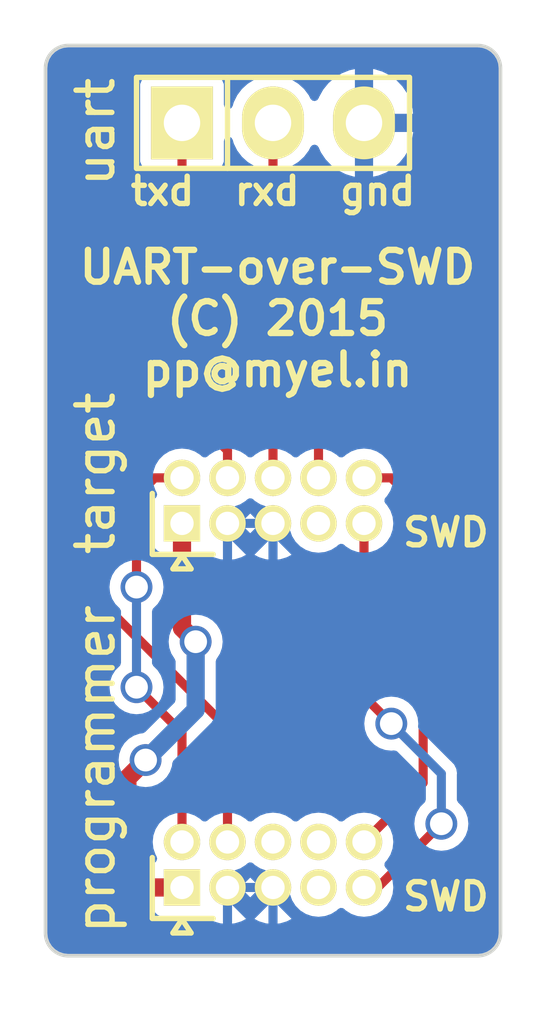
<source format=kicad_pcb>
(kicad_pcb (version 20221018) (generator pcbnew)
  (layers (0 "F.Cu" signal) (31 "B.Cu" signal) (34 "B.Paste" user) (35 "F.Paste" user) (36 "B.SilkS" user "B.Silkscreen") (37 "F.SilkS" user "F.Silkscreen") (38 "B.Mask" user) (39 "F.Mask" user) (44 "Edge.Cuts" user))
  (net 0 "")
  (net 1 "/nRESET")
  (net 2 "/RXD")
  (net 3 "Net-(P1-Pad7)")
  (net 4 "/VCC")
  (net 5 "/SWDIO")
  (net 6 "/GND")
  (net 7 "/SWCLK")
  (net 8 "/TXD")
  (net 9 "Net-(P3-Pad8)")
  (net 10 "Net-(P3-Pad7)")
  (net 11 "Net-(P3-Pad6)")
  (net 12 "/GND_DET")
  (footprint "Socket_Strips:Socket_Strip_Straight_1x03" (layer "F.Cu") (at 140.97 80.899 180)
    (fp_text reference "P2" hide)
    (fp_text value "uart" (at 4.953 -0.254 270) (layer "F.SilkS"))
    (fp_line (start -3.81 -1.27) (end 1.27 -1.27) (stroke (width 0.15)) (layer "F.SilkS"))
    (fp_line (start -3.81 1.27) (end -3.81 -1.27) (stroke (width 0.15)) (layer "F.SilkS"))
    (fp_line (start 1.27 -1.27) (end 1.27 1.27) (stroke (width 0.15)) (layer "F.SilkS"))
    (fp_line (start 1.27 1.27) (end -3.81 1.27) (stroke (width 0.15)) (layer "F.SilkS"))
    (fp_line (start 3.81 -1.27) (end 1.27 -1.27) (stroke (width 0.15)) (layer "F.SilkS"))
    (fp_line (start 3.81 -1.27) (end 3.81 1.27) (stroke (width 0.15)) (layer "F.SilkS"))
    (fp_line (start 3.81 1.27) (end 1.27 1.27) (stroke (width 0.15)) (layer "F.SilkS"))
    (pad "1" thru_hole rect (at 2.54 0) (size 1.7272 2.032) (drill 1.016) (layers "*.Cu" "*.Mask" "F.SilkS") (net 8 "/TXD"))
    (pad "2" thru_hole oval (at 0 0) (size 1.7272 2.032) (drill 1.016) (layers "*.Cu" "*.Mask" "F.SilkS") (net 2 "/RXD"))
    (pad "3" thru_hole oval (at -2.54 0) (size 1.7272 2.032) (drill 1.016) (layers "*.Cu" "*.Mask" "F.SilkS") (net 6 "/GND"))
  )
  (footprint "footprints:pin_array_5x2_50mil" (layer "F.Cu") (at 139.7 91.44)
    (fp_text reference "P1" hide)
    (fp_text value "target" (at -3.683 -0.762 90) (layer "F.SilkS") (effects (font (size 1.016 1.016))))
    (fp_line (start -2.1 -0.2) (end -2.1 1.5) (stroke (width 0.15)) (layer "F.SilkS"))
    (fp_line (start -2.1 1.5) (end -0.4 1.5) (stroke (width 0.15)) (layer "F.SilkS"))
    (fp_line (start -1.524 1.905) (end -1.143 1.905) (stroke (width 0.15)) (layer "F.SilkS"))
    (fp_line (start -1.27 1.524) (end -1.524 1.905) (stroke (width 0.15)) (layer "F.SilkS"))
    (fp_line (start -1.143 1.905) (end -1.016 1.905) (stroke (width 0.15)) (layer "F.SilkS"))
    (fp_line (start -1.016 1.905) (end -1.27 1.524) (stroke (width 0.15)) (layer "F.SilkS"))
    (pad "1" thru_hole rect (at -1.27 0.635) (size 1.016 1.016) (drill 0.65) (layers "*.Cu" "*.Mask" "F.SilkS") (net 4 "/VCC"))
    (pad "2" thru_hole circle (at -1.27 -0.635) (size 1.016 1.016) (drill 0.65) (layers "*.Cu" "*.Mask" "F.SilkS") (net 5 "/SWDIO"))
    (pad "3" thru_hole circle (at 0 0.635) (size 1.016 1.016) (drill 0.65) (layers "*.Cu" "*.Mask" "F.SilkS") (net 6 "/GND"))
    (pad "4" thru_hole circle (at 0 -0.635) (size 1.016 1.016) (drill 0.65) (layers "*.Cu" "*.Mask" "F.SilkS") (net 7 "/SWCLK"))
    (pad "5" thru_hole circle (at 1.27 0.635) (size 1.016 1.016) (drill 0.65) (layers "*.Cu" "*.Mask" "F.SilkS") (net 6 "/GND"))
    (pad "6" thru_hole circle (at 1.27 -0.635) (size 1.016 1.016) (drill 0.65) (layers "*.Cu" "*.Mask" "F.SilkS") (net 8 "/TXD"))
    (pad "7" thru_hole circle (at 2.54 0.635) (size 1.016 1.016) (drill 0.65) (layers "*.Cu" "*.Mask" "F.SilkS") (net 3 "Net-(P1-Pad7)"))
    (pad "8" thru_hole circle (at 2.54 -0.635) (size 1.016 1.016) (drill 0.65) (layers "*.Cu" "*.Mask" "F.SilkS") (net 2 "/RXD"))
    (pad "9" thru_hole circle (at 3.81 0.635) (size 1.016 1.016) (drill 0.65) (layers "*.Cu" "*.Mask" "F.SilkS") (net 12 "/GND_DET"))
    (pad "10" thru_hole circle (at 3.81 -0.635) (size 1.016 1.016) (drill 0.65) (layers "*.Cu" "*.Mask" "F.SilkS") (net 1 "/nRESET"))
  )
  (footprint "footprints:pin_array_5x2_50mil" (layer "F.Cu") (at 139.7 101.6)
    (fp_text reference "P3" hide)
    (fp_text value "programmer" (at -3.683 -2.667 90) (layer "F.SilkS") (effects (font (size 1.016 1.016))))
    (fp_line (start -2.1 -0.2) (end -2.1 1.5) (stroke (width 0.15)) (layer "F.SilkS"))
    (fp_line (start -2.1 1.5) (end -0.4 1.5) (stroke (width 0.15)) (layer "F.SilkS"))
    (fp_line (start -1.524 1.905) (end -1.143 1.905) (stroke (width 0.15)) (layer "F.SilkS"))
    (fp_line (start -1.27 1.524) (end -1.524 1.905) (stroke (width 0.15)) (layer "F.SilkS"))
    (fp_line (start -1.143 1.905) (end -1.016 1.905) (stroke (width 0.15)) (layer "F.SilkS"))
    (fp_line (start -1.016 1.905) (end -1.27 1.524) (stroke (width 0.15)) (layer "F.SilkS"))
    (pad "1" thru_hole rect (at -1.27 0.635) (size 1.016 1.016) (drill 0.65) (layers "*.Cu" "*.Mask" "F.SilkS") (net 4 "/VCC"))
    (pad "2" thru_hole circle (at -1.27 -0.635) (size 1.016 1.016) (drill 0.65) (layers "*.Cu" "*.Mask" "F.SilkS") (net 5 "/SWDIO"))
    (pad "3" thru_hole circle (at 0 0.635) (size 1.016 1.016) (drill 0.65) (layers "*.Cu" "*.Mask" "F.SilkS") (net 6 "/GND"))
    (pad "4" thru_hole circle (at 0 -0.635) (size 1.016 1.016) (drill 0.65) (layers "*.Cu" "*.Mask" "F.SilkS") (net 7 "/SWCLK"))
    (pad "5" thru_hole circle (at 1.27 0.635) (size 1.016 1.016) (drill 0.65) (layers "*.Cu" "*.Mask" "F.SilkS") (net 6 "/GND"))
    (pad "6" thru_hole circle (at 1.27 -0.635) (size 1.016 1.016) (drill 0.65) (layers "*.Cu" "*.Mask" "F.SilkS") (net 11 "Net-(P3-Pad6)"))
    (pad "7" thru_hole circle (at 2.54 0.635) (size 1.016 1.016) (drill 0.65) (layers "*.Cu" "*.Mask" "F.SilkS") (net 10 "Net-(P3-Pad7)"))
    (pad "8" thru_hole circle (at 2.54 -0.635) (size 1.016 1.016) (drill 0.65) (layers "*.Cu" "*.Mask" "F.SilkS") (net 9 "Net-(P3-Pad8)"))
    (pad "9" thru_hole circle (at 3.81 0.635) (size 1.016 1.016) (drill 0.65) (layers "*.Cu" "*.Mask" "F.SilkS") (net 12 "/GND_DET"))
    (pad "10" thru_hole circle (at 3.81 -0.635) (size 1.016 1.016) (drill 0.65) (layers "*.Cu" "*.Mask" "F.SilkS") (net 1 "/nRESET"))
  )
  (gr_line (start 147.32 79.375) (end 147.32 103.505) (stroke (width 0.1)) (layer "Edge.Cuts"))
  (gr_arc (start 146.685 78.74) (mid 147.134013 78.925987) (end 147.32 79.375) (stroke (width 0.1)) (layer "Edge.Cuts"))
  (gr_line (start 134.62 103.505) (end 134.62 79.375) (stroke (width 0.1)) (layer "Edge.Cuts"))
  (gr_arc (start 135.255 104.14) (mid 134.805987 103.954013) (end 134.62 103.505) (stroke (width 0.1)) (layer "Edge.Cuts"))
  (gr_line (start 135.255 78.74) (end 146.685 78.74) (stroke (width 0.1)) (layer "Edge.Cuts"))
  (gr_line (start 146.685 104.14) (end 135.255 104.14) (stroke (width 0.1)) (layer "Edge.Cuts"))
  (gr_arc (start 147.32 103.505) (mid 147.134013 103.954013) (end 146.685 104.14) (stroke (width 0.1)) (layer "Edge.Cuts"))
  (gr_arc (start 134.62 79.375) (mid 134.805987 78.925987) (end 135.255 78.74) (stroke (width 0.1)) (layer "Edge.Cuts"))
  (gr_text "SWD" (at 145.796 92.329) (layer "F.SilkS") (effects (font (size 0.762 0.762) (thickness 0.1524))))
  (gr_text "SWD" (at 145.796 102.489) (layer "F.SilkS") (effects (font (size 0.762 0.762) (thickness 0.1524))))
  (gr_text "txd  rxd  gnd" (at 140.97 82.804) (layer "F.SilkS") (effects (font (size 0.762 0.762) (thickness 0.1524))))
  (gr_text "UART-over-SWD\n(C) 2015\npp@myel.in" (at 141.097 86.36) (layer "F.SilkS") (effects (font (size 0.889 0.889) (thickness 0.1778))))
  (segment (start 144.272 90.805) (end 145.161 91.694) (width 0.254) (layer "F.Cu") (net 1))
  (segment (start 145.161 91.694) (end 145.161 99.314) (width 0.254) (layer "F.Cu") (net 1))
  (segment (start 145.161 99.314) (end 143.51 100.965) (width 0.254) (layer "F.Cu") (net 1))
  (segment (start 143.51 90.805) (end 144.272 90.805) (width 0.254) (layer "F.Cu") (net 1))
  (segment (start 140.97 83.693) (end 142.24 84.963) (width 0.254) (layer "F.Cu") (net 2))
  (segment (start 142.24 84.963) (end 142.24 90.805) (width 0.254) (layer "F.Cu") (net 2))
  (segment (start 140.97 80.899) (end 140.97 83.693) (width 0.254) (layer "F.Cu") (net 2))
  (segment (start 137.414 98.679) (end 136.906 99.187) (width 0.508) (layer "F.Cu") (net 4))
  (segment (start 136.906 99.187) (end 136.906 101.6) (width 0.508) (layer "F.Cu") (net 4))
  (segment (start 136.906 101.6) (end 137.541 102.235) (width 0.508) (layer "F.Cu") (net 4))
  (segment (start 137.541 102.235) (end 138.43 102.235) (width 0.508) (layer "F.Cu") (net 4))
  (segment (start 138.43 94.996) (end 138.811 95.377) (width 0.508) (layer "F.Cu") (net 4))
  (segment (start 138.43 92.075) (end 138.43 94.996) (width 0.508) (layer "F.Cu") (net 4))
  (segment (start 138.6332 91.8718) (end 138.6332 92.1004) (width 0.254) (layer "F.Cu") (net 4))
  (via (at 137.414 98.679) (size 0.889) (drill 0.635) (layers "F.Cu" "B.Cu") (net 4))
  (via (at 138.811 95.377) (size 0.889) (drill 0.635) (layers "F.Cu" "B.Cu") (net 4))
  (segment (start 138.811 95.377) (end 138.811 97.282) (width 0.508) (layer "B.Cu") (net 4))
  (segment (start 138.811 97.282) (end 137.414 98.679) (width 0.508) (layer "B.Cu") (net 4))
  (segment (start 137.668 90.805) (end 137.16 91.313) (width 0.254) (layer "F.Cu") (net 5))
  (segment (start 137.16 91.313) (end 137.16 93.853) (width 0.254) (layer "F.Cu") (net 5))
  (segment (start 137.16 96.647) (end 138.43 97.917) (width 0.254) (layer "F.Cu") (net 5))
  (segment (start 138.43 97.917) (end 138.43 100.965) (width 0.254) (layer "F.Cu") (net 5))
  (segment (start 138.43 90.805) (end 137.668 90.805) (width 0.254) (layer "F.Cu") (net 5))
  (via (at 137.16 93.853) (size 0.889) (drill 0.635) (layers "F.Cu" "B.Cu") (net 5))
  (via (at 137.16 96.647) (size 0.889) (drill 0.635) (layers "F.Cu" "B.Cu") (net 5))
  (segment (start 137.16 93.853) (end 137.16 96.647) (width 0.254) (layer "B.Cu") (net 5))
  (segment (start 140.081 102.235) (end 140.0556 102.2604) (width 0.254) (layer "B.Cu") (net 6))
  (segment (start 139.7 92.075) (end 140.97 92.075) (width 0.254) (layer "B.Cu") (net 6))
  (segment (start 140.97 92.075) (end 140.97 93.726) (width 0.254) (layer "B.Cu") (net 6))
  (segment (start 139.7 102.235) (end 140.97 102.235) (width 0.254) (layer "B.Cu") (net 6))
  (segment (start 140.97 102.235) (end 140.97 103.505) (width 0.254) (layer "B.Cu") (net 6))
  (segment (start 139.7 93.599) (end 139.7 92.075) (width 0.254) (layer "B.Cu") (net 6))
  (segment (start 139.7 103.632) (end 139.7 102.235) (width 0.254) (layer "B.Cu") (net 6))
  (segment (start 139.7 90.043) (end 139.065 89.408) (width 0.254) (layer "F.Cu") (net 7))
  (segment (start 139.065 89.408) (end 137.033 89.408) (width 0.254) (layer "F.Cu") (net 7))
  (segment (start 137.033 89.408) (end 136.144 90.297) (width 0.254) (layer "F.Cu") (net 7))
  (segment (start 136.144 90.297) (end 136.144 94.234) (width 0.254) (layer "F.Cu") (net 7))
  (segment (start 136.144 94.234) (end 139.7 97.79) (width 0.254) (layer "F.Cu") (net 7))
  (segment (start 139.7 97.79) (end 139.7 100.965) (width 0.254) (layer "F.Cu") (net 7))
  (segment (start 139.7 90.805) (end 139.7 90.043) (width 0.254) (layer "F.Cu") (net 7))
  (segment (start 138.43 83.82) (end 140.97 86.36) (width 0.254) (layer "F.Cu") (net 8))
  (segment (start 140.97 86.36) (end 140.97 90.805) (width 0.254) (layer "F.Cu") (net 8))
  (segment (start 138.43 80.899) (end 138.43 83.82) (width 0.254) (layer "F.Cu") (net 8))
  (segment (start 143.51 96.901) (end 144.272 97.663) (width 0.254) (layer "F.Cu") (net 12))
  (segment (start 145.669 100.457) (end 143.891 102.235) (width 0.254) (layer "F.Cu") (net 12))
  (segment (start 143.891 102.235) (end 143.51 102.235) (width 0.254) (layer "F.Cu") (net 12))
  (segment (start 143.51 92.075) (end 143.51 96.901) (width 0.254) (layer "F.Cu") (net 12))
  (via (at 144.272 97.663) (size 0.889) (drill 0.635) (layers "F.Cu" "B.Cu") (net 12))
  (via (at 145.669 100.457) (size 0.889) (drill 0.635) (layers "F.Cu" "B.Cu") (net 12))
  (segment (start 144.272 97.663) (end 145.669 99.06) (width 0.254) (layer "B.Cu") (net 12))
  (segment (start 145.669 99.06) (end 145.669 100.457) (width 0.254) (layer "B.Cu") (net 12))
  (zone (net 6) (net_name "/GND") (layer "B.Cu") (connect_pads (clearance 0.3048)) (min_thickness 0.254) (fill yes (thermal_gap 0.508) (thermal_bridge_width 0.508))
    (polygon (pts (xy 133.35 77.47) (xy 148.59 77.47) (xy 148.59 106.045) (xy 133.35 106.045)))
  )
)
</source>
